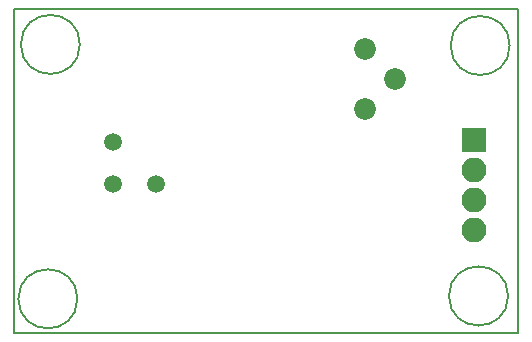
<source format=gbr>
%TF.GenerationSoftware,KiCad,Pcbnew,4.0.7*%
%TF.CreationDate,2018-05-13T17:46:32+02:00*%
%TF.ProjectId,nestbox,6E657374626F782E6B696361645F7063,rev?*%
%TF.FileFunction,Soldermask,Bot*%
%FSLAX46Y46*%
G04 Gerber Fmt 4.6, Leading zero omitted, Abs format (unit mm)*
G04 Created by KiCad (PCBNEW 4.0.7) date 05/13/18 17:46:32*
%MOMM*%
%LPD*%
G01*
G04 APERTURE LIST*
%ADD10C,0.150000*%
%ADD11C,1.500000*%
%ADD12R,2.100000X2.100000*%
%ADD13O,2.100000X2.100000*%
%ADD14C,1.840000*%
G04 APERTURE END LIST*
D10*
X155780000Y-96710000D02*
G75*
G03X155780000Y-96710000I-2500000J0D01*
G01*
X155640000Y-117920000D02*
G75*
G03X155640000Y-117920000I-2500000J0D01*
G01*
X119180000Y-118160000D02*
G75*
G03X119180000Y-118160000I-2500000J0D01*
G01*
X119390000Y-96620000D02*
G75*
G03X119390000Y-96620000I-2500000J0D01*
G01*
X155150000Y-121050000D02*
X156500000Y-121050000D01*
X156500000Y-93600000D02*
X156500000Y-121050000D01*
X113775000Y-93600000D02*
X156525000Y-93600000D01*
X113775000Y-121050000D02*
X113775000Y-93600000D01*
X155175000Y-121050000D02*
X113775000Y-121050000D01*
D11*
X122219450Y-104883950D03*
X122219450Y-108476050D03*
X125811550Y-108476050D03*
D12*
X152717500Y-104711500D03*
D13*
X152717500Y-107251500D03*
X152717500Y-109791500D03*
X152717500Y-112331500D03*
D14*
X143510000Y-97028000D03*
X146050000Y-99568000D03*
X143510000Y-102108000D03*
M02*

</source>
